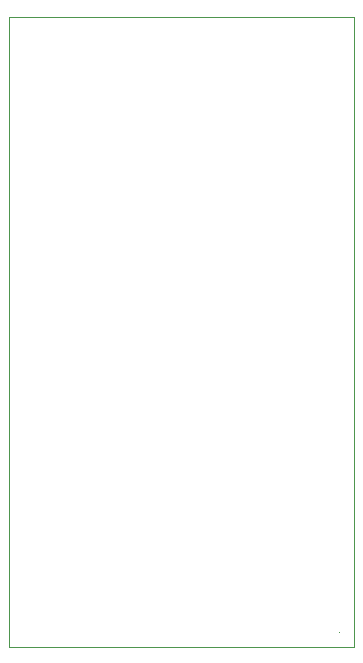
<source format=gbr>
G04 (created by PCBNEW (2013-07-07 BZR 4022)-stable) date 6/17/2014 11:43:07 PM*
%MOIN*%
G04 Gerber Fmt 3.4, Leading zero omitted, Abs format*
%FSLAX34Y34*%
G01*
G70*
G90*
G04 APERTURE LIST*
%ADD10C,0.00590551*%
%ADD11C,0.00393701*%
G04 APERTURE END LIST*
G54D10*
G54D11*
X24000Y-28500D02*
G75*
G03X24000Y-28500I0J0D01*
G74*
G01*
X23999Y-28500D02*
X24000Y-28500D01*
X24000Y-28499D02*
X24000Y-28500D01*
X24000Y-28500D02*
G75*
G03X24000Y-28500I0J0D01*
G74*
G01*
X23999Y-28500D02*
X24000Y-28500D01*
X24000Y-28499D02*
X24000Y-28500D01*
X24000Y-28500D02*
G75*
G03X24000Y-28500I0J0D01*
G74*
G01*
X23999Y-28500D02*
X24000Y-28500D01*
X24000Y-28499D02*
X24000Y-28500D01*
X15000Y-8000D02*
X15500Y-8000D01*
X13000Y-29000D02*
X13000Y-8000D01*
X24500Y-29000D02*
X13000Y-29000D01*
X24500Y-8000D02*
X24500Y-29000D01*
X13000Y-8000D02*
X24500Y-8000D01*
M02*

</source>
